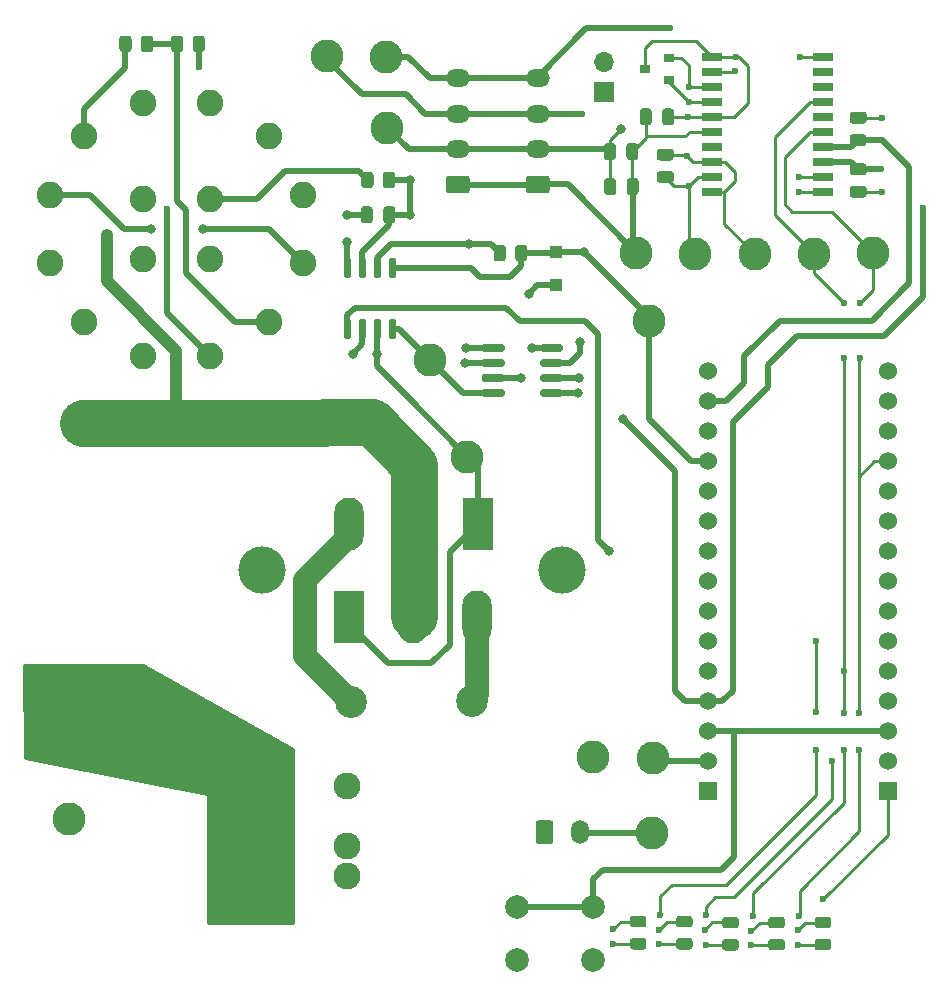
<source format=gbr>
%TF.GenerationSoftware,KiCad,Pcbnew,(5.1.9)-1*%
%TF.CreationDate,2021-04-03T20:31:08-05:00*%
%TF.ProjectId,IV Curve Tracer,49562043-7572-4766-9520-547261636572,1.1*%
%TF.SameCoordinates,Original*%
%TF.FileFunction,Copper,L1,Top*%
%TF.FilePolarity,Positive*%
%FSLAX46Y46*%
G04 Gerber Fmt 4.6, Leading zero omitted, Abs format (unit mm)*
G04 Created by KiCad (PCBNEW (5.1.9)-1) date 2021-04-03 20:31:08*
%MOMM*%
%LPD*%
G01*
G04 APERTURE LIST*
%TA.AperFunction,ComponentPad*%
%ADD10C,2.800000*%
%TD*%
%TA.AperFunction,SMDPad,CuDef*%
%ADD11R,1.100000X1.100000*%
%TD*%
%TA.AperFunction,ComponentPad*%
%ADD12C,4.000000*%
%TD*%
%TA.AperFunction,ComponentPad*%
%ADD13O,1.500000X2.020000*%
%TD*%
%TA.AperFunction,ComponentPad*%
%ADD14C,2.250000*%
%TD*%
%TA.AperFunction,SMDPad,CuDef*%
%ADD15R,1.800000X0.650000*%
%TD*%
%TA.AperFunction,SMDPad,CuDef*%
%ADD16R,0.900000X0.800000*%
%TD*%
%TA.AperFunction,ComponentPad*%
%ADD17C,1.530000*%
%TD*%
%TA.AperFunction,ComponentPad*%
%ADD18R,1.530000X1.530000*%
%TD*%
%TA.AperFunction,ComponentPad*%
%ADD19C,2.000000*%
%TD*%
%TA.AperFunction,ComponentPad*%
%ADD20R,2.500000X4.500000*%
%TD*%
%TA.AperFunction,ComponentPad*%
%ADD21O,2.500000X4.500000*%
%TD*%
%TA.AperFunction,ComponentPad*%
%ADD22O,1.700000X1.700000*%
%TD*%
%TA.AperFunction,ComponentPad*%
%ADD23R,1.700000X1.700000*%
%TD*%
%TA.AperFunction,ComponentPad*%
%ADD24O,2.020000X1.500000*%
%TD*%
%TA.AperFunction,ComponentPad*%
%ADD25C,2.286000*%
%TD*%
%TA.AperFunction,ComponentPad*%
%ADD26C,2.500000*%
%TD*%
%TA.AperFunction,ViaPad*%
%ADD27C,0.600000*%
%TD*%
%TA.AperFunction,ViaPad*%
%ADD28C,0.800000*%
%TD*%
%TA.AperFunction,ViaPad*%
%ADD29C,2.700000*%
%TD*%
%TA.AperFunction,Conductor*%
%ADD30C,0.500000*%
%TD*%
%TA.AperFunction,Conductor*%
%ADD31C,0.250000*%
%TD*%
%TA.AperFunction,Conductor*%
%ADD32C,4.000000*%
%TD*%
%TA.AperFunction,Conductor*%
%ADD33C,1.000000*%
%TD*%
%TA.AperFunction,Conductor*%
%ADD34C,2.000000*%
%TD*%
%TA.AperFunction,Conductor*%
%ADD35C,0.254000*%
%TD*%
%TA.AperFunction,Conductor*%
%ADD36C,0.100000*%
%TD*%
G04 APERTURE END LIST*
%TO.P,U3,8*%
%TO.N,+10V*%
%TA.AperFunction,SMDPad,CuDef*%
G36*
G01*
X53575000Y-46680000D02*
X53875000Y-46680000D01*
G75*
G02*
X54025000Y-46830000I0J-150000D01*
G01*
X54025000Y-48280000D01*
G75*
G02*
X53875000Y-48430000I-150000J0D01*
G01*
X53575000Y-48430000D01*
G75*
G02*
X53425000Y-48280000I0J150000D01*
G01*
X53425000Y-46830000D01*
G75*
G02*
X53575000Y-46680000I150000J0D01*
G01*
G37*
%TD.AperFunction*%
%TO.P,U3,7*%
%TO.N,/Gate*%
%TA.AperFunction,SMDPad,CuDef*%
G36*
G01*
X52305000Y-46680000D02*
X52605000Y-46680000D01*
G75*
G02*
X52755000Y-46830000I0J-150000D01*
G01*
X52755000Y-48280000D01*
G75*
G02*
X52605000Y-48430000I-150000J0D01*
G01*
X52305000Y-48430000D01*
G75*
G02*
X52155000Y-48280000I0J150000D01*
G01*
X52155000Y-46830000D01*
G75*
G02*
X52305000Y-46680000I150000J0D01*
G01*
G37*
%TD.AperFunction*%
%TO.P,U3,6*%
%TO.N,Net-(R11-Pad2)*%
%TA.AperFunction,SMDPad,CuDef*%
G36*
G01*
X51035000Y-46680000D02*
X51335000Y-46680000D01*
G75*
G02*
X51485000Y-46830000I0J-150000D01*
G01*
X51485000Y-48280000D01*
G75*
G02*
X51335000Y-48430000I-150000J0D01*
G01*
X51035000Y-48430000D01*
G75*
G02*
X50885000Y-48280000I0J150000D01*
G01*
X50885000Y-46830000D01*
G75*
G02*
X51035000Y-46680000I150000J0D01*
G01*
G37*
%TD.AperFunction*%
%TO.P,U3,5*%
%TO.N,/DAC_Control*%
%TA.AperFunction,SMDPad,CuDef*%
G36*
G01*
X49765000Y-46680000D02*
X50065000Y-46680000D01*
G75*
G02*
X50215000Y-46830000I0J-150000D01*
G01*
X50215000Y-48280000D01*
G75*
G02*
X50065000Y-48430000I-150000J0D01*
G01*
X49765000Y-48430000D01*
G75*
G02*
X49615000Y-48280000I0J150000D01*
G01*
X49615000Y-46830000D01*
G75*
G02*
X49765000Y-46680000I150000J0D01*
G01*
G37*
%TD.AperFunction*%
%TO.P,U3,4*%
%TO.N,GND*%
%TA.AperFunction,SMDPad,CuDef*%
G36*
G01*
X49765000Y-41530000D02*
X50065000Y-41530000D01*
G75*
G02*
X50215000Y-41680000I0J-150000D01*
G01*
X50215000Y-43130000D01*
G75*
G02*
X50065000Y-43280000I-150000J0D01*
G01*
X49765000Y-43280000D01*
G75*
G02*
X49615000Y-43130000I0J150000D01*
G01*
X49615000Y-41680000D01*
G75*
G02*
X49765000Y-41530000I150000J0D01*
G01*
G37*
%TD.AperFunction*%
%TO.P,U3,3*%
%TO.N,Net-(C4-Pad1)*%
%TA.AperFunction,SMDPad,CuDef*%
G36*
G01*
X51035000Y-41530000D02*
X51335000Y-41530000D01*
G75*
G02*
X51485000Y-41680000I0J-150000D01*
G01*
X51485000Y-43130000D01*
G75*
G02*
X51335000Y-43280000I-150000J0D01*
G01*
X51035000Y-43280000D01*
G75*
G02*
X50885000Y-43130000I0J150000D01*
G01*
X50885000Y-41680000D01*
G75*
G02*
X51035000Y-41530000I150000J0D01*
G01*
G37*
%TD.AperFunction*%
%TO.P,U3,2*%
%TO.N,Net-(R10-Pad2)*%
%TA.AperFunction,SMDPad,CuDef*%
G36*
G01*
X52305000Y-41530000D02*
X52605000Y-41530000D01*
G75*
G02*
X52755000Y-41680000I0J-150000D01*
G01*
X52755000Y-43130000D01*
G75*
G02*
X52605000Y-43280000I-150000J0D01*
G01*
X52305000Y-43280000D01*
G75*
G02*
X52155000Y-43130000I0J150000D01*
G01*
X52155000Y-41680000D01*
G75*
G02*
X52305000Y-41530000I150000J0D01*
G01*
G37*
%TD.AperFunction*%
%TO.P,U3,1*%
%TO.N,/Array_Voltage*%
%TA.AperFunction,SMDPad,CuDef*%
G36*
G01*
X53575000Y-41530000D02*
X53875000Y-41530000D01*
G75*
G02*
X54025000Y-41680000I0J-150000D01*
G01*
X54025000Y-43130000D01*
G75*
G02*
X53875000Y-43280000I-150000J0D01*
G01*
X53575000Y-43280000D01*
G75*
G02*
X53425000Y-43130000I0J150000D01*
G01*
X53425000Y-41680000D01*
G75*
G02*
X53575000Y-41530000I150000J0D01*
G01*
G37*
%TD.AperFunction*%
%TD*%
D10*
%TO.P,TP1,1*%
%TO.N,+9V*%
X75750000Y-90210000D03*
%TD*%
D11*
%TO.P,D4,2*%
%TO.N,GND*%
X67610000Y-43840000D03*
%TO.P,D4,1*%
%TO.N,/Array_Voltage*%
X67610000Y-41040000D03*
%TD*%
D10*
%TO.P,TP6,1*%
%TO.N,/Gate*%
X60070000Y-58360000D03*
%TD*%
D12*
%TO.P,HS1,1*%
%TO.N,N/C*%
X68130000Y-67980000D03*
X42730000Y-67980000D03*
%TD*%
%TO.P,U4,1*%
%TO.N,Net-(C9-Pad1)*%
%TA.AperFunction,SMDPad,CuDef*%
G36*
G01*
X68200000Y-52835000D02*
X68200000Y-53135000D01*
G75*
G02*
X68050000Y-53285000I-150000J0D01*
G01*
X66400000Y-53285000D01*
G75*
G02*
X66250000Y-53135000I0J150000D01*
G01*
X66250000Y-52835000D01*
G75*
G02*
X66400000Y-52685000I150000J0D01*
G01*
X68050000Y-52685000D01*
G75*
G02*
X68200000Y-52835000I0J-150000D01*
G01*
G37*
%TD.AperFunction*%
%TO.P,U4,2*%
%TO.N,Net-(C8-Pad2)*%
%TA.AperFunction,SMDPad,CuDef*%
G36*
G01*
X68200000Y-51565000D02*
X68200000Y-51865000D01*
G75*
G02*
X68050000Y-52015000I-150000J0D01*
G01*
X66400000Y-52015000D01*
G75*
G02*
X66250000Y-51865000I0J150000D01*
G01*
X66250000Y-51565000D01*
G75*
G02*
X66400000Y-51415000I150000J0D01*
G01*
X68050000Y-51415000D01*
G75*
G02*
X68200000Y-51565000I0J-150000D01*
G01*
G37*
%TD.AperFunction*%
%TO.P,U4,3*%
%TO.N,Net-(C8-Pad1)*%
%TA.AperFunction,SMDPad,CuDef*%
G36*
G01*
X68200000Y-50295000D02*
X68200000Y-50595000D01*
G75*
G02*
X68050000Y-50745000I-150000J0D01*
G01*
X66400000Y-50745000D01*
G75*
G02*
X66250000Y-50595000I0J150000D01*
G01*
X66250000Y-50295000D01*
G75*
G02*
X66400000Y-50145000I150000J0D01*
G01*
X68050000Y-50145000D01*
G75*
G02*
X68200000Y-50295000I0J-150000D01*
G01*
G37*
%TD.AperFunction*%
%TO.P,U4,4*%
%TO.N,-10V*%
%TA.AperFunction,SMDPad,CuDef*%
G36*
G01*
X68200000Y-49025000D02*
X68200000Y-49325000D01*
G75*
G02*
X68050000Y-49475000I-150000J0D01*
G01*
X66400000Y-49475000D01*
G75*
G02*
X66250000Y-49325000I0J150000D01*
G01*
X66250000Y-49025000D01*
G75*
G02*
X66400000Y-48875000I150000J0D01*
G01*
X68050000Y-48875000D01*
G75*
G02*
X68200000Y-49025000I0J-150000D01*
G01*
G37*
%TD.AperFunction*%
%TO.P,U4,5*%
%TO.N,GND*%
%TA.AperFunction,SMDPad,CuDef*%
G36*
G01*
X63250000Y-49025000D02*
X63250000Y-49325000D01*
G75*
G02*
X63100000Y-49475000I-150000J0D01*
G01*
X61450000Y-49475000D01*
G75*
G02*
X61300000Y-49325000I0J150000D01*
G01*
X61300000Y-49025000D01*
G75*
G02*
X61450000Y-48875000I150000J0D01*
G01*
X63100000Y-48875000D01*
G75*
G02*
X63250000Y-49025000I0J-150000D01*
G01*
G37*
%TD.AperFunction*%
%TO.P,U4,6*%
%TO.N,+5V*%
%TA.AperFunction,SMDPad,CuDef*%
G36*
G01*
X63250000Y-50295000D02*
X63250000Y-50595000D01*
G75*
G02*
X63100000Y-50745000I-150000J0D01*
G01*
X61450000Y-50745000D01*
G75*
G02*
X61300000Y-50595000I0J150000D01*
G01*
X61300000Y-50295000D01*
G75*
G02*
X61450000Y-50145000I150000J0D01*
G01*
X63100000Y-50145000D01*
G75*
G02*
X63250000Y-50295000I0J-150000D01*
G01*
G37*
%TD.AperFunction*%
%TO.P,U4,7*%
%TO.N,Net-(C9-Pad2)*%
%TA.AperFunction,SMDPad,CuDef*%
G36*
G01*
X63250000Y-51565000D02*
X63250000Y-51865000D01*
G75*
G02*
X63100000Y-52015000I-150000J0D01*
G01*
X61450000Y-52015000D01*
G75*
G02*
X61300000Y-51865000I0J150000D01*
G01*
X61300000Y-51565000D01*
G75*
G02*
X61450000Y-51415000I150000J0D01*
G01*
X63100000Y-51415000D01*
G75*
G02*
X63250000Y-51565000I0J-150000D01*
G01*
G37*
%TD.AperFunction*%
%TO.P,U4,8*%
%TO.N,+10V*%
%TA.AperFunction,SMDPad,CuDef*%
G36*
G01*
X63250000Y-52835000D02*
X63250000Y-53135000D01*
G75*
G02*
X63100000Y-53285000I-150000J0D01*
G01*
X61450000Y-53285000D01*
G75*
G02*
X61300000Y-53135000I0J150000D01*
G01*
X61300000Y-52835000D01*
G75*
G02*
X61450000Y-52685000I150000J0D01*
G01*
X63100000Y-52685000D01*
G75*
G02*
X63250000Y-52835000I0J-150000D01*
G01*
G37*
%TD.AperFunction*%
%TD*%
%TO.P,J1,1*%
%TO.N,GND*%
%TA.AperFunction,ComponentPad*%
G36*
G01*
X65870000Y-90930000D02*
X65870000Y-89410000D01*
G75*
G02*
X66120000Y-89160000I250000J0D01*
G01*
X67120000Y-89160000D01*
G75*
G02*
X67370000Y-89410000I0J-250000D01*
G01*
X67370000Y-90930000D01*
G75*
G02*
X67120000Y-91180000I-250000J0D01*
G01*
X66120000Y-91180000D01*
G75*
G02*
X65870000Y-90930000I0J250000D01*
G01*
G37*
%TD.AperFunction*%
D13*
%TO.P,J1,2*%
%TO.N,+9V*%
X69620000Y-90170000D03*
%TD*%
%TO.P,C6,2*%
%TO.N,GND*%
%TA.AperFunction,SMDPad,CuDef*%
G36*
G01*
X52080000Y-37425000D02*
X52080000Y-38375000D01*
G75*
G02*
X51830000Y-38625000I-250000J0D01*
G01*
X51330000Y-38625000D01*
G75*
G02*
X51080000Y-38375000I0J250000D01*
G01*
X51080000Y-37425000D01*
G75*
G02*
X51330000Y-37175000I250000J0D01*
G01*
X51830000Y-37175000D01*
G75*
G02*
X52080000Y-37425000I0J-250000D01*
G01*
G37*
%TD.AperFunction*%
%TO.P,C6,1*%
%TO.N,Net-(C4-Pad1)*%
%TA.AperFunction,SMDPad,CuDef*%
G36*
G01*
X53980000Y-37425000D02*
X53980000Y-38375000D01*
G75*
G02*
X53730000Y-38625000I-250000J0D01*
G01*
X53230000Y-38625000D01*
G75*
G02*
X52980000Y-38375000I0J250000D01*
G01*
X52980000Y-37425000D01*
G75*
G02*
X53230000Y-37175000I250000J0D01*
G01*
X53730000Y-37175000D01*
G75*
G02*
X53980000Y-37425000I0J-250000D01*
G01*
G37*
%TD.AperFunction*%
%TD*%
D14*
%TO.P,SW2,13*%
%TO.N,Net-(F1-Pad1)*%
X32587110Y-36547000D03*
%TO.P,SW2,16*%
%TO.N,N/C*%
X32587110Y-41673010D03*
%TO.P,SW2,15*%
X38332890Y-41673010D03*
%TO.P,SW2,14*%
%TO.N,/Voltage_Sense*%
X38332890Y-36546990D03*
%TO.P,SW2,3*%
%TO.N,Net-(R15-Pad1)*%
X32587110Y-28388200D03*
%TO.P,SW2,2*%
%TO.N,Net-(R13-Pad1)*%
X27611110Y-31261110D03*
%TO.P,SW2,1*%
%TO.N,Net-(SW2-Pad1)*%
X24738200Y-36237110D03*
%TO.P,SW2,12*%
%TO.N,N/C*%
X24738200Y-41982890D03*
%TO.P,SW2,11*%
X27611110Y-46958890D03*
%TO.P,SW2,10*%
X32587110Y-49831800D03*
%TO.P,SW2,9*%
%TO.N,Net-(R15-Pad2)*%
X38332890Y-49831800D03*
%TO.P,SW2,8*%
%TO.N,Net-(R13-Pad2)*%
X43308890Y-46958890D03*
%TO.P,SW2,7*%
%TO.N,Net-(SW2-Pad1)*%
X46181800Y-41982890D03*
%TO.P,SW2,6*%
%TO.N,N/C*%
X46181800Y-36237110D03*
%TO.P,SW2,5*%
X43308890Y-31261110D03*
%TO.P,SW2,4*%
X38332890Y-28388200D03*
%TD*%
D15*
%TO.P,U5,20*%
%TO.N,Net-(C16-Pad2)*%
X80775000Y-35955000D03*
%TO.P,U5,19*%
%TO.N,Net-(C16-Pad1)*%
X80775000Y-34685000D03*
%TO.P,U5,18*%
%TO.N,Net-(C16-Pad2)*%
X80775000Y-33415000D03*
%TO.P,U5,17*%
%TO.N,Net-(U5-Pad17)*%
X80775000Y-32145000D03*
%TO.P,U5,16*%
%TO.N,Net-(C17-Pad1)*%
X80775000Y-30875000D03*
%TO.P,U5,15*%
%TO.N,Net-(C17-Pad2)*%
X80775000Y-29605000D03*
%TO.P,U5,14*%
%TO.N,Net-(J3-Pad3)*%
X80775000Y-28335000D03*
%TO.P,U5,13*%
%TO.N,Net-(J3-Pad4)*%
X80775000Y-27065000D03*
%TO.P,U5,12*%
%TO.N,Net-(R17-Pad2)*%
X80775000Y-25795000D03*
%TO.P,U5,11*%
%TO.N,Net-(C17-Pad2)*%
X80775000Y-24525000D03*
%TO.P,U5,10*%
%TO.N,GND*%
X90225000Y-24525000D03*
%TO.P,U5,9*%
%TO.N,Net-(U5-Pad9)*%
X90225000Y-25795000D03*
%TO.P,U5,8*%
%TO.N,Net-(U5-Pad8)*%
X90225000Y-27065000D03*
%TO.P,U5,7*%
%TO.N,/CAN_Tx*%
X90225000Y-28335000D03*
%TO.P,U5,6*%
%TO.N,Net-(U5-Pad6)*%
X90225000Y-29605000D03*
%TO.P,U5,5*%
%TO.N,/CAN_Rx*%
X90225000Y-30875000D03*
%TO.P,U5,4*%
%TO.N,+3V3*%
X90225000Y-32145000D03*
%TO.P,U5,3*%
%TO.N,+5V*%
X90225000Y-33415000D03*
%TO.P,U5,2*%
%TO.N,GND*%
X90225000Y-34685000D03*
%TO.P,U5,1*%
X90225000Y-35955000D03*
%TD*%
D16*
%TO.P,U6,3*%
%TO.N,Net-(C17-Pad2)*%
X75150000Y-25530000D03*
%TO.P,U6,2*%
%TO.N,Net-(J3-Pad4)*%
X77150000Y-24580000D03*
%TO.P,U6,1*%
%TO.N,Net-(J3-Pad3)*%
X77150000Y-26480000D03*
%TD*%
D17*
%TO.P,U1,15*%
%TO.N,Net-(U1-Pad15)*%
X95660000Y-51155000D03*
%TO.P,U1,14*%
%TO.N,Net-(U1-Pad14)*%
X95660000Y-53695000D03*
%TO.P,U1,13*%
%TO.N,Net-(U1-Pad13)*%
X95660000Y-56235000D03*
%TO.P,U1,12*%
%TO.N,/CAN_Rx*%
X95660000Y-58775000D03*
%TO.P,U1,11*%
%TO.N,Net-(U1-Pad11)*%
X95660000Y-61315000D03*
%TO.P,U1,10*%
%TO.N,Net-(U1-Pad10)*%
X95660000Y-63855000D03*
%TO.P,U1,9*%
%TO.N,Net-(U1-Pad9)*%
X95660000Y-66395000D03*
%TO.P,U1,8*%
%TO.N,Net-(U1-Pad8)*%
X95660000Y-68935000D03*
%TO.P,U1,7*%
%TO.N,Net-(U1-Pad7)*%
X95660000Y-71475000D03*
%TO.P,U1,6*%
%TO.N,/Heartbeat*%
X95660000Y-74015000D03*
%TO.P,U1,5*%
%TO.N,/CAN_Tx*%
X95660000Y-76555000D03*
%TO.P,U1,4*%
%TO.N,GND*%
X95660000Y-79095000D03*
%TO.P,U1,3*%
%TO.N,/Reset*%
X95660000Y-81635000D03*
%TO.P,U1,2*%
%TO.N,/Scanning*%
X95660000Y-84175000D03*
D18*
%TO.P,U1,1*%
%TO.N,/Error*%
X95660000Y-86715000D03*
D17*
%TO.P,U1,16*%
%TO.N,Net-(U1-Pad16)*%
X80420000Y-51155000D03*
%TO.P,U1,17*%
%TO.N,+3V3*%
X80420000Y-53695000D03*
%TO.P,U1,18*%
%TO.N,Net-(U1-Pad18)*%
X80420000Y-56235000D03*
%TO.P,U1,19*%
%TO.N,/Array_Voltage*%
X80420000Y-58775000D03*
%TO.P,U1,20*%
%TO.N,Net-(U1-Pad20)*%
X80420000Y-61315000D03*
%TO.P,U1,21*%
%TO.N,Net-(U1-Pad21)*%
X80420000Y-63855000D03*
%TO.P,U1,22*%
%TO.N,/DAC_Control*%
X80420000Y-66395000D03*
%TO.P,U1,23*%
%TO.N,Net-(U1-Pad23)*%
X80420000Y-68935000D03*
%TO.P,U1,24*%
%TO.N,Net-(U1-Pad24)*%
X80420000Y-71475000D03*
%TO.P,U1,25*%
%TO.N,/Array_Current*%
X80420000Y-74015000D03*
%TO.P,U1,26*%
%TO.N,Net-(U1-Pad26)*%
X80420000Y-76555000D03*
%TO.P,U1,27*%
%TO.N,+5V*%
X80420000Y-79095000D03*
%TO.P,U1,28*%
%TO.N,/Reset*%
X80420000Y-81635000D03*
%TO.P,U1,29*%
%TO.N,GND*%
X80420000Y-84175000D03*
D18*
%TO.P,U1,30*%
%TO.N,+9V*%
X80420000Y-86715000D03*
%TD*%
D10*
%TO.P,TP15,1*%
%TO.N,Net-(J3-Pad4)*%
X53220000Y-24520000D03*
%TD*%
%TO.P,TP14,1*%
%TO.N,Net-(J3-Pad3)*%
X48220000Y-24440000D03*
%TD*%
%TO.P,TP13,1*%
%TO.N,Net-(C16-Pad2)*%
X84400000Y-41240000D03*
%TD*%
%TO.P,TP12,1*%
%TO.N,Net-(C17-Pad2)*%
X53310000Y-30520000D03*
%TD*%
%TO.P,TP11,1*%
%TO.N,Net-(C17-Pad1)*%
X74400000Y-41140000D03*
%TD*%
%TO.P,TP10,1*%
%TO.N,Net-(C16-Pad1)*%
X79390000Y-41210000D03*
%TD*%
%TO.P,TP9,1*%
%TO.N,/CAN_Rx*%
X94430000Y-41090000D03*
%TD*%
%TO.P,TP8,1*%
%TO.N,/CAN_Tx*%
X89430000Y-41220000D03*
%TD*%
%TO.P,TP7,1*%
%TO.N,GND*%
X26340000Y-89090000D03*
%TD*%
%TO.P,TP5,1*%
%TO.N,+10V*%
X56960000Y-50220000D03*
%TD*%
%TO.P,TP4,1*%
%TO.N,/Array_Voltage*%
X75460000Y-46920000D03*
%TD*%
%TO.P,TP3,1*%
%TO.N,/Array_Current*%
X70730000Y-83830000D03*
%TD*%
%TO.P,TP2,1*%
%TO.N,GND*%
X75780000Y-83900000D03*
%TD*%
D19*
%TO.P,SW1,2*%
%TO.N,/Reset*%
X70750000Y-96530000D03*
%TO.P,SW1,1*%
%TO.N,GND*%
X70750000Y-101030000D03*
%TO.P,SW1,2*%
%TO.N,/Reset*%
X64250000Y-96530000D03*
%TO.P,SW1,1*%
%TO.N,GND*%
X64250000Y-101030000D03*
%TD*%
%TO.P,R14,2*%
%TO.N,GND*%
%TA.AperFunction,SMDPad,CuDef*%
G36*
G01*
X36820000Y-23880001D02*
X36820000Y-22979999D01*
G75*
G02*
X37069999Y-22730000I249999J0D01*
G01*
X37595001Y-22730000D01*
G75*
G02*
X37845000Y-22979999I0J-249999D01*
G01*
X37845000Y-23880001D01*
G75*
G02*
X37595001Y-24130000I-249999J0D01*
G01*
X37069999Y-24130000D01*
G75*
G02*
X36820000Y-23880001I0J249999D01*
G01*
G37*
%TD.AperFunction*%
%TO.P,R14,1*%
%TO.N,Net-(R13-Pad2)*%
%TA.AperFunction,SMDPad,CuDef*%
G36*
G01*
X34995000Y-23880001D02*
X34995000Y-22979999D01*
G75*
G02*
X35244999Y-22730000I249999J0D01*
G01*
X35770001Y-22730000D01*
G75*
G02*
X36020000Y-22979999I0J-249999D01*
G01*
X36020000Y-23880001D01*
G75*
G02*
X35770001Y-24130000I-249999J0D01*
G01*
X35244999Y-24130000D01*
G75*
G02*
X34995000Y-23880001I0J249999D01*
G01*
G37*
%TD.AperFunction*%
%TD*%
%TO.P,R13,2*%
%TO.N,Net-(R13-Pad2)*%
%TA.AperFunction,SMDPad,CuDef*%
G36*
G01*
X32452500Y-23880001D02*
X32452500Y-22979999D01*
G75*
G02*
X32702499Y-22730000I249999J0D01*
G01*
X33227501Y-22730000D01*
G75*
G02*
X33477500Y-22979999I0J-249999D01*
G01*
X33477500Y-23880001D01*
G75*
G02*
X33227501Y-24130000I-249999J0D01*
G01*
X32702499Y-24130000D01*
G75*
G02*
X32452500Y-23880001I0J249999D01*
G01*
G37*
%TD.AperFunction*%
%TO.P,R13,1*%
%TO.N,Net-(R13-Pad1)*%
%TA.AperFunction,SMDPad,CuDef*%
G36*
G01*
X30627500Y-23880001D02*
X30627500Y-22979999D01*
G75*
G02*
X30877499Y-22730000I249999J0D01*
G01*
X31402501Y-22730000D01*
G75*
G02*
X31652500Y-22979999I0J-249999D01*
G01*
X31652500Y-23880001D01*
G75*
G02*
X31402501Y-24130000I-249999J0D01*
G01*
X30877499Y-24130000D01*
G75*
G02*
X30627500Y-23880001I0J249999D01*
G01*
G37*
%TD.AperFunction*%
%TD*%
%TO.P,R10,2*%
%TO.N,Net-(R10-Pad2)*%
%TA.AperFunction,SMDPad,CuDef*%
G36*
G01*
X63337500Y-40689999D02*
X63337500Y-41590001D01*
G75*
G02*
X63087501Y-41840000I-249999J0D01*
G01*
X62562499Y-41840000D01*
G75*
G02*
X62312500Y-41590001I0J249999D01*
G01*
X62312500Y-40689999D01*
G75*
G02*
X62562499Y-40440000I249999J0D01*
G01*
X63087501Y-40440000D01*
G75*
G02*
X63337500Y-40689999I0J-249999D01*
G01*
G37*
%TD.AperFunction*%
%TO.P,R10,1*%
%TO.N,/Array_Voltage*%
%TA.AperFunction,SMDPad,CuDef*%
G36*
G01*
X65162500Y-40689999D02*
X65162500Y-41590001D01*
G75*
G02*
X64912501Y-41840000I-249999J0D01*
G01*
X64387499Y-41840000D01*
G75*
G02*
X64137500Y-41590001I0J249999D01*
G01*
X64137500Y-40689999D01*
G75*
G02*
X64387499Y-40440000I249999J0D01*
G01*
X64912501Y-40440000D01*
G75*
G02*
X65162500Y-40689999I0J-249999D01*
G01*
G37*
%TD.AperFunction*%
%TD*%
%TO.P,R8,1*%
%TO.N,/Voltage_Sense*%
%TA.AperFunction,SMDPad,CuDef*%
G36*
G01*
X51117500Y-35400001D02*
X51117500Y-34499999D01*
G75*
G02*
X51367499Y-34250000I249999J0D01*
G01*
X51892501Y-34250000D01*
G75*
G02*
X52142500Y-34499999I0J-249999D01*
G01*
X52142500Y-35400001D01*
G75*
G02*
X51892501Y-35650000I-249999J0D01*
G01*
X51367499Y-35650000D01*
G75*
G02*
X51117500Y-35400001I0J249999D01*
G01*
G37*
%TD.AperFunction*%
%TO.P,R8,2*%
%TO.N,Net-(C4-Pad1)*%
%TA.AperFunction,SMDPad,CuDef*%
G36*
G01*
X52942500Y-35400001D02*
X52942500Y-34499999D01*
G75*
G02*
X53192499Y-34250000I249999J0D01*
G01*
X53717501Y-34250000D01*
G75*
G02*
X53967500Y-34499999I0J-249999D01*
G01*
X53967500Y-35400001D01*
G75*
G02*
X53717501Y-35650000I-249999J0D01*
G01*
X53192499Y-35650000D01*
G75*
G02*
X52942500Y-35400001I0J249999D01*
G01*
G37*
%TD.AperFunction*%
%TD*%
D20*
%TO.P,Q2,1*%
%TO.N,/Gate*%
X61000000Y-64070000D03*
D21*
%TO.P,Q2,2*%
%TO.N,Net-(F1-Pad1)*%
X55550000Y-64070000D03*
%TO.P,Q2,3*%
%TO.N,/+Current_Sense*%
X50100000Y-64070000D03*
%TD*%
D20*
%TO.P,Q1,1*%
%TO.N,/Gate*%
X50040000Y-71930000D03*
D21*
%TO.P,Q1,2*%
%TO.N,Net-(F1-Pad1)*%
X55490000Y-71930000D03*
%TO.P,Q1,3*%
%TO.N,/+Current_Sense*%
X60940000Y-71930000D03*
%TD*%
%TO.P,LED5,2*%
%TO.N,Net-(LED5-Pad2)*%
%TA.AperFunction,SMDPad,CuDef*%
G36*
G01*
X90636250Y-98302500D02*
X89723750Y-98302500D01*
G75*
G02*
X89480000Y-98058750I0J243750D01*
G01*
X89480000Y-97571250D01*
G75*
G02*
X89723750Y-97327500I243750J0D01*
G01*
X90636250Y-97327500D01*
G75*
G02*
X90880000Y-97571250I0J-243750D01*
G01*
X90880000Y-98058750D01*
G75*
G02*
X90636250Y-98302500I-243750J0D01*
G01*
G37*
%TD.AperFunction*%
%TO.P,LED5,1*%
%TO.N,GND*%
%TA.AperFunction,SMDPad,CuDef*%
G36*
G01*
X90636250Y-100177500D02*
X89723750Y-100177500D01*
G75*
G02*
X89480000Y-99933750I0J243750D01*
G01*
X89480000Y-99446250D01*
G75*
G02*
X89723750Y-99202500I243750J0D01*
G01*
X90636250Y-99202500D01*
G75*
G02*
X90880000Y-99446250I0J-243750D01*
G01*
X90880000Y-99933750D01*
G75*
G02*
X90636250Y-100177500I-243750J0D01*
G01*
G37*
%TD.AperFunction*%
%TD*%
%TO.P,LED4,2*%
%TO.N,Net-(LED4-Pad2)*%
%TA.AperFunction,SMDPad,CuDef*%
G36*
G01*
X82816250Y-98317500D02*
X81903750Y-98317500D01*
G75*
G02*
X81660000Y-98073750I0J243750D01*
G01*
X81660000Y-97586250D01*
G75*
G02*
X81903750Y-97342500I243750J0D01*
G01*
X82816250Y-97342500D01*
G75*
G02*
X83060000Y-97586250I0J-243750D01*
G01*
X83060000Y-98073750D01*
G75*
G02*
X82816250Y-98317500I-243750J0D01*
G01*
G37*
%TD.AperFunction*%
%TO.P,LED4,1*%
%TO.N,GND*%
%TA.AperFunction,SMDPad,CuDef*%
G36*
G01*
X82816250Y-100192500D02*
X81903750Y-100192500D01*
G75*
G02*
X81660000Y-99948750I0J243750D01*
G01*
X81660000Y-99461250D01*
G75*
G02*
X81903750Y-99217500I243750J0D01*
G01*
X82816250Y-99217500D01*
G75*
G02*
X83060000Y-99461250I0J-243750D01*
G01*
X83060000Y-99948750D01*
G75*
G02*
X82816250Y-100192500I-243750J0D01*
G01*
G37*
%TD.AperFunction*%
%TD*%
%TO.P,LED3,2*%
%TO.N,Net-(LED3-Pad2)*%
%TA.AperFunction,SMDPad,CuDef*%
G36*
G01*
X86726250Y-98310000D02*
X85813750Y-98310000D01*
G75*
G02*
X85570000Y-98066250I0J243750D01*
G01*
X85570000Y-97578750D01*
G75*
G02*
X85813750Y-97335000I243750J0D01*
G01*
X86726250Y-97335000D01*
G75*
G02*
X86970000Y-97578750I0J-243750D01*
G01*
X86970000Y-98066250D01*
G75*
G02*
X86726250Y-98310000I-243750J0D01*
G01*
G37*
%TD.AperFunction*%
%TO.P,LED3,1*%
%TO.N,GND*%
%TA.AperFunction,SMDPad,CuDef*%
G36*
G01*
X86726250Y-100185000D02*
X85813750Y-100185000D01*
G75*
G02*
X85570000Y-99941250I0J243750D01*
G01*
X85570000Y-99453750D01*
G75*
G02*
X85813750Y-99210000I243750J0D01*
G01*
X86726250Y-99210000D01*
G75*
G02*
X86970000Y-99453750I0J-243750D01*
G01*
X86970000Y-99941250D01*
G75*
G02*
X86726250Y-100185000I-243750J0D01*
G01*
G37*
%TD.AperFunction*%
%TD*%
%TO.P,LED2,2*%
%TO.N,Net-(LED2-Pad2)*%
%TA.AperFunction,SMDPad,CuDef*%
G36*
G01*
X78906250Y-98230000D02*
X77993750Y-98230000D01*
G75*
G02*
X77750000Y-97986250I0J243750D01*
G01*
X77750000Y-97498750D01*
G75*
G02*
X77993750Y-97255000I243750J0D01*
G01*
X78906250Y-97255000D01*
G75*
G02*
X79150000Y-97498750I0J-243750D01*
G01*
X79150000Y-97986250D01*
G75*
G02*
X78906250Y-98230000I-243750J0D01*
G01*
G37*
%TD.AperFunction*%
%TO.P,LED2,1*%
%TO.N,GND*%
%TA.AperFunction,SMDPad,CuDef*%
G36*
G01*
X78906250Y-100105000D02*
X77993750Y-100105000D01*
G75*
G02*
X77750000Y-99861250I0J243750D01*
G01*
X77750000Y-99373750D01*
G75*
G02*
X77993750Y-99130000I243750J0D01*
G01*
X78906250Y-99130000D01*
G75*
G02*
X79150000Y-99373750I0J-243750D01*
G01*
X79150000Y-99861250D01*
G75*
G02*
X78906250Y-100105000I-243750J0D01*
G01*
G37*
%TD.AperFunction*%
%TD*%
%TO.P,LED1,2*%
%TO.N,Net-(LED1-Pad2)*%
%TA.AperFunction,SMDPad,CuDef*%
G36*
G01*
X75006250Y-98227500D02*
X74093750Y-98227500D01*
G75*
G02*
X73850000Y-97983750I0J243750D01*
G01*
X73850000Y-97496250D01*
G75*
G02*
X74093750Y-97252500I243750J0D01*
G01*
X75006250Y-97252500D01*
G75*
G02*
X75250000Y-97496250I0J-243750D01*
G01*
X75250000Y-97983750D01*
G75*
G02*
X75006250Y-98227500I-243750J0D01*
G01*
G37*
%TD.AperFunction*%
%TO.P,LED1,1*%
%TO.N,GND*%
%TA.AperFunction,SMDPad,CuDef*%
G36*
G01*
X75006250Y-100102500D02*
X74093750Y-100102500D01*
G75*
G02*
X73850000Y-99858750I0J243750D01*
G01*
X73850000Y-99371250D01*
G75*
G02*
X74093750Y-99127500I243750J0D01*
G01*
X75006250Y-99127500D01*
G75*
G02*
X75250000Y-99371250I0J-243750D01*
G01*
X75250000Y-99858750D01*
G75*
G02*
X75006250Y-100102500I-243750J0D01*
G01*
G37*
%TD.AperFunction*%
%TD*%
D22*
%TO.P,JP1,2*%
%TO.N,Net-(JP1-Pad2)*%
X71660000Y-24950000D03*
D23*
%TO.P,JP1,1*%
%TO.N,Net-(JP1-Pad1)*%
X71660000Y-27490000D03*
%TD*%
D24*
%TO.P,J4,4*%
%TO.N,Net-(J3-Pad4)*%
X59280000Y-26340000D03*
%TO.P,J4,3*%
%TO.N,Net-(J3-Pad3)*%
X59280000Y-29340000D03*
%TO.P,J4,2*%
%TO.N,Net-(C17-Pad2)*%
X59280000Y-32340000D03*
%TO.P,J4,1*%
%TO.N,Net-(C17-Pad1)*%
%TA.AperFunction,ComponentPad*%
G36*
G01*
X60040000Y-36090000D02*
X58520000Y-36090000D01*
G75*
G02*
X58270000Y-35840000I0J250000D01*
G01*
X58270000Y-34840000D01*
G75*
G02*
X58520000Y-34590000I250000J0D01*
G01*
X60040000Y-34590000D01*
G75*
G02*
X60290000Y-34840000I0J-250000D01*
G01*
X60290000Y-35840000D01*
G75*
G02*
X60040000Y-36090000I-250000J0D01*
G01*
G37*
%TD.AperFunction*%
%TD*%
%TO.P,J3,4*%
%TO.N,Net-(J3-Pad4)*%
X66060000Y-26330000D03*
%TO.P,J3,3*%
%TO.N,Net-(J3-Pad3)*%
X66060000Y-29330000D03*
%TO.P,J3,2*%
%TO.N,Net-(C17-Pad2)*%
X66060000Y-32330000D03*
%TO.P,J3,1*%
%TO.N,Net-(C17-Pad1)*%
%TA.AperFunction,ComponentPad*%
G36*
G01*
X66820000Y-36080000D02*
X65300000Y-36080000D01*
G75*
G02*
X65050000Y-35830000I0J250000D01*
G01*
X65050000Y-34830000D01*
G75*
G02*
X65300000Y-34580000I250000J0D01*
G01*
X66820000Y-34580000D01*
G75*
G02*
X67070000Y-34830000I0J-250000D01*
G01*
X67070000Y-35830000D01*
G75*
G02*
X66820000Y-36080000I-250000J0D01*
G01*
G37*
%TD.AperFunction*%
%TD*%
D25*
%TO.P,J2,1*%
%TO.N,Net-(F1-Pad2)*%
X42280000Y-86230000D03*
%TO.P,J2,2*%
%TO.N,GND*%
X49900000Y-86230000D03*
%TO.P,J2,1*%
%TO.N,Net-(F1-Pad2)*%
X42280000Y-91310000D03*
X42280000Y-93850000D03*
%TO.P,J2,2*%
%TO.N,GND*%
X49900000Y-91310000D03*
X49900000Y-93850000D03*
%TD*%
D26*
%TO.P,F1,1*%
%TO.N,Net-(F1-Pad1)*%
X27570000Y-55500000D03*
%TO.P,F1,2*%
%TO.N,Net-(F1-Pad2)*%
X27570000Y-79600000D03*
%TD*%
%TO.P,C19,2*%
%TO.N,Net-(C17-Pad2)*%
%TA.AperFunction,SMDPad,CuDef*%
G36*
G01*
X76590000Y-30085000D02*
X76590000Y-29135000D01*
G75*
G02*
X76840000Y-28885000I250000J0D01*
G01*
X77340000Y-28885000D01*
G75*
G02*
X77590000Y-29135000I0J-250000D01*
G01*
X77590000Y-30085000D01*
G75*
G02*
X77340000Y-30335000I-250000J0D01*
G01*
X76840000Y-30335000D01*
G75*
G02*
X76590000Y-30085000I0J250000D01*
G01*
G37*
%TD.AperFunction*%
%TO.P,C19,1*%
%TO.N,Net-(C17-Pad1)*%
%TA.AperFunction,SMDPad,CuDef*%
G36*
G01*
X74690000Y-30085000D02*
X74690000Y-29135000D01*
G75*
G02*
X74940000Y-28885000I250000J0D01*
G01*
X75440000Y-28885000D01*
G75*
G02*
X75690000Y-29135000I0J-250000D01*
G01*
X75690000Y-30085000D01*
G75*
G02*
X75440000Y-30335000I-250000J0D01*
G01*
X74940000Y-30335000D01*
G75*
G02*
X74690000Y-30085000I0J250000D01*
G01*
G37*
%TD.AperFunction*%
%TD*%
%TO.P,C18,2*%
%TO.N,Net-(C17-Pad2)*%
%TA.AperFunction,SMDPad,CuDef*%
G36*
G01*
X72650000Y-32065000D02*
X72650000Y-33015000D01*
G75*
G02*
X72400000Y-33265000I-250000J0D01*
G01*
X71900000Y-33265000D01*
G75*
G02*
X71650000Y-33015000I0J250000D01*
G01*
X71650000Y-32065000D01*
G75*
G02*
X71900000Y-31815000I250000J0D01*
G01*
X72400000Y-31815000D01*
G75*
G02*
X72650000Y-32065000I0J-250000D01*
G01*
G37*
%TD.AperFunction*%
%TO.P,C18,1*%
%TO.N,Net-(C17-Pad1)*%
%TA.AperFunction,SMDPad,CuDef*%
G36*
G01*
X74550000Y-32065000D02*
X74550000Y-33015000D01*
G75*
G02*
X74300000Y-33265000I-250000J0D01*
G01*
X73800000Y-33265000D01*
G75*
G02*
X73550000Y-33015000I0J250000D01*
G01*
X73550000Y-32065000D01*
G75*
G02*
X73800000Y-31815000I250000J0D01*
G01*
X74300000Y-31815000D01*
G75*
G02*
X74550000Y-32065000I0J-250000D01*
G01*
G37*
%TD.AperFunction*%
%TD*%
%TO.P,C17,2*%
%TO.N,Net-(C17-Pad2)*%
%TA.AperFunction,SMDPad,CuDef*%
G36*
G01*
X72680000Y-35035000D02*
X72680000Y-35985000D01*
G75*
G02*
X72430000Y-36235000I-250000J0D01*
G01*
X71930000Y-36235000D01*
G75*
G02*
X71680000Y-35985000I0J250000D01*
G01*
X71680000Y-35035000D01*
G75*
G02*
X71930000Y-34785000I250000J0D01*
G01*
X72430000Y-34785000D01*
G75*
G02*
X72680000Y-35035000I0J-250000D01*
G01*
G37*
%TD.AperFunction*%
%TO.P,C17,1*%
%TO.N,Net-(C17-Pad1)*%
%TA.AperFunction,SMDPad,CuDef*%
G36*
G01*
X74580000Y-35035000D02*
X74580000Y-35985000D01*
G75*
G02*
X74330000Y-36235000I-250000J0D01*
G01*
X73830000Y-36235000D01*
G75*
G02*
X73580000Y-35985000I0J250000D01*
G01*
X73580000Y-35035000D01*
G75*
G02*
X73830000Y-34785000I250000J0D01*
G01*
X74330000Y-34785000D01*
G75*
G02*
X74580000Y-35035000I0J-250000D01*
G01*
G37*
%TD.AperFunction*%
%TD*%
%TO.P,C16,2*%
%TO.N,Net-(C16-Pad2)*%
%TA.AperFunction,SMDPad,CuDef*%
G36*
G01*
X77315000Y-33300000D02*
X76365000Y-33300000D01*
G75*
G02*
X76115000Y-33050000I0J250000D01*
G01*
X76115000Y-32550000D01*
G75*
G02*
X76365000Y-32300000I250000J0D01*
G01*
X77315000Y-32300000D01*
G75*
G02*
X77565000Y-32550000I0J-250000D01*
G01*
X77565000Y-33050000D01*
G75*
G02*
X77315000Y-33300000I-250000J0D01*
G01*
G37*
%TD.AperFunction*%
%TO.P,C16,1*%
%TO.N,Net-(C16-Pad1)*%
%TA.AperFunction,SMDPad,CuDef*%
G36*
G01*
X77315000Y-35200000D02*
X76365000Y-35200000D01*
G75*
G02*
X76115000Y-34950000I0J250000D01*
G01*
X76115000Y-34450000D01*
G75*
G02*
X76365000Y-34200000I250000J0D01*
G01*
X77315000Y-34200000D01*
G75*
G02*
X77565000Y-34450000I0J-250000D01*
G01*
X77565000Y-34950000D01*
G75*
G02*
X77315000Y-35200000I-250000J0D01*
G01*
G37*
%TD.AperFunction*%
%TD*%
%TO.P,C14,2*%
%TO.N,GND*%
%TA.AperFunction,SMDPad,CuDef*%
G36*
G01*
X93645000Y-30170000D02*
X92695000Y-30170000D01*
G75*
G02*
X92445000Y-29920000I0J250000D01*
G01*
X92445000Y-29420000D01*
G75*
G02*
X92695000Y-29170000I250000J0D01*
G01*
X93645000Y-29170000D01*
G75*
G02*
X93895000Y-29420000I0J-250000D01*
G01*
X93895000Y-29920000D01*
G75*
G02*
X93645000Y-30170000I-250000J0D01*
G01*
G37*
%TD.AperFunction*%
%TO.P,C14,1*%
%TO.N,+3V3*%
%TA.AperFunction,SMDPad,CuDef*%
G36*
G01*
X93645000Y-32070000D02*
X92695000Y-32070000D01*
G75*
G02*
X92445000Y-31820000I0J250000D01*
G01*
X92445000Y-31320000D01*
G75*
G02*
X92695000Y-31070000I250000J0D01*
G01*
X93645000Y-31070000D01*
G75*
G02*
X93895000Y-31320000I0J-250000D01*
G01*
X93895000Y-31820000D01*
G75*
G02*
X93645000Y-32070000I-250000J0D01*
G01*
G37*
%TD.AperFunction*%
%TD*%
%TO.P,C12,2*%
%TO.N,GND*%
%TA.AperFunction,SMDPad,CuDef*%
G36*
G01*
X92705000Y-35450000D02*
X93655000Y-35450000D01*
G75*
G02*
X93905000Y-35700000I0J-250000D01*
G01*
X93905000Y-36200000D01*
G75*
G02*
X93655000Y-36450000I-250000J0D01*
G01*
X92705000Y-36450000D01*
G75*
G02*
X92455000Y-36200000I0J250000D01*
G01*
X92455000Y-35700000D01*
G75*
G02*
X92705000Y-35450000I250000J0D01*
G01*
G37*
%TD.AperFunction*%
%TO.P,C12,1*%
%TO.N,+5V*%
%TA.AperFunction,SMDPad,CuDef*%
G36*
G01*
X92705000Y-33550000D02*
X93655000Y-33550000D01*
G75*
G02*
X93905000Y-33800000I0J-250000D01*
G01*
X93905000Y-34300000D01*
G75*
G02*
X93655000Y-34550000I-250000J0D01*
G01*
X92705000Y-34550000D01*
G75*
G02*
X92455000Y-34300000I0J250000D01*
G01*
X92455000Y-33800000D01*
G75*
G02*
X92705000Y-33550000I250000J0D01*
G01*
G37*
%TD.AperFunction*%
%TD*%
D27*
%TO.N,GND*%
X37330000Y-25420000D03*
X88050000Y-99680000D03*
X84110000Y-99690000D03*
X80270000Y-99690000D03*
X76280000Y-99620000D03*
X72400000Y-99620000D03*
X88170000Y-35950000D03*
X88170000Y-34670000D03*
X95190000Y-35950000D03*
X95170000Y-29670000D03*
X88290000Y-24520000D03*
D28*
X59930000Y-49150000D03*
X49860000Y-37910000D03*
X49880000Y-40200000D03*
X65280000Y-44580000D03*
D27*
%TO.N,+3V3*%
X95190000Y-31570000D03*
%TO.N,+5V*%
X95150000Y-34050000D03*
X98680000Y-37310000D03*
D28*
X59890000Y-50470000D03*
X73240000Y-55170000D03*
%TO.N,-10V*%
X65550000Y-49150000D03*
%TO.N,Net-(C4-Pad1)*%
X55200000Y-34950000D03*
X55210000Y-37910000D03*
D27*
%TO.N,Net-(F1-Pad1)*%
X29540000Y-39620000D03*
%TO.N,Net-(LED1-Pad2)*%
X72450000Y-98360000D03*
%TO.N,Net-(LED2-Pad2)*%
X76300000Y-98450000D03*
%TO.N,Net-(LED3-Pad2)*%
X84110000Y-98530000D03*
%TO.N,Net-(LED4-Pad2)*%
X80200000Y-98450000D03*
%TO.N,Net-(LED5-Pad2)*%
X88040000Y-98470000D03*
D29*
%TO.N,/+Current_Sense*%
X50240000Y-79110000D03*
X60440000Y-79090000D03*
D28*
%TO.N,/Gate*%
X52430000Y-49700000D03*
D27*
%TO.N,/Heartbeat*%
X76420000Y-97150000D03*
X89620000Y-83200000D03*
X89620000Y-80010000D03*
X89620000Y-74020000D03*
%TO.N,/Scanning*%
X80290000Y-97160000D03*
X90960000Y-84180000D03*
%TO.N,/CAN_Tx*%
X84280000Y-97260000D03*
X91970000Y-83220000D03*
X91970000Y-80080000D03*
X91970000Y-76560000D03*
X91980000Y-50010000D03*
X91990000Y-45360000D03*
%TO.N,/CAN_Rx*%
X88180000Y-97270000D03*
X93270000Y-83180000D03*
X93270000Y-80100000D03*
X93290000Y-50030000D03*
X93330000Y-45380000D03*
%TO.N,/Error*%
X90220000Y-95850000D03*
D28*
%TO.N,/Array_Voltage*%
X69930000Y-41060000D03*
%TO.N,Net-(R11-Pad2)*%
X50390000Y-49670000D03*
%TO.N,/DAC_Control*%
X72070000Y-66340000D03*
%TO.N,Net-(SW2-Pad1)*%
X33300000Y-39130000D03*
X37720000Y-39090000D03*
%TO.N,Net-(C8-Pad1)*%
X69590000Y-48650000D03*
%TO.N,Net-(C8-Pad2)*%
X69510000Y-51710000D03*
%TO.N,Net-(C9-Pad1)*%
X69490000Y-53010000D03*
%TO.N,Net-(C9-Pad2)*%
X64670000Y-51710000D03*
D27*
%TO.N,Net-(C16-Pad2)*%
X78700000Y-32900000D03*
%TO.N,Net-(C16-Pad1)*%
X78820000Y-35440000D03*
%TO.N,Net-(C17-Pad2)*%
X82790000Y-24530000D03*
X78790000Y-29620000D03*
D28*
X73060000Y-30670000D03*
D27*
%TO.N,Net-(J3-Pad4)*%
X78830000Y-27060000D03*
X77210000Y-22100000D03*
%TO.N,Net-(J3-Pad3)*%
X78830000Y-28340000D03*
X69770000Y-29320000D03*
D28*
%TO.N,Net-(R10-Pad2)*%
X60250000Y-40370000D03*
D27*
%TO.N,Net-(R15-Pad2)*%
X34680000Y-37410000D03*
%TO.N,Net-(R17-Pad2)*%
X82770000Y-25760000D03*
%TD*%
D30*
%TO.N,GND*%
X37332500Y-23430000D02*
X37332500Y-25417500D01*
X37332500Y-25417500D02*
X37330000Y-25420000D01*
X75415000Y-83775000D02*
X75400000Y-83790000D01*
D31*
X90180000Y-99690000D02*
X88060000Y-99690000D01*
X88060000Y-99690000D02*
X88050000Y-99680000D01*
X86270000Y-99690000D02*
X84110000Y-99690000D01*
X82360000Y-99687500D02*
X80272500Y-99687500D01*
X80272500Y-99687500D02*
X80270000Y-99690000D01*
X78450000Y-99617500D02*
X76282500Y-99617500D01*
X76282500Y-99617500D02*
X76280000Y-99620000D01*
X74550000Y-99615000D02*
X72405000Y-99615000D01*
X72405000Y-99615000D02*
X72400000Y-99620000D01*
X90225000Y-35955000D02*
X88175000Y-35955000D01*
X88175000Y-35955000D02*
X88170000Y-35950000D01*
X90225000Y-34685000D02*
X88185000Y-34685000D01*
X88185000Y-34685000D02*
X88170000Y-34670000D01*
X93180000Y-35950000D02*
X95190000Y-35950000D01*
X93170000Y-29670000D02*
X95170000Y-29670000D01*
X90225000Y-24525000D02*
X88295000Y-24525000D01*
X88295000Y-24525000D02*
X88290000Y-24520000D01*
D30*
X75785000Y-84175000D02*
X75400000Y-83790000D01*
X76055000Y-84175000D02*
X75780000Y-83900000D01*
X80420000Y-84175000D02*
X76055000Y-84175000D01*
X62275000Y-49175000D02*
X59955000Y-49175000D01*
X59955000Y-49175000D02*
X59930000Y-49150000D01*
X51580000Y-37900000D02*
X49870000Y-37900000D01*
X49915000Y-42405000D02*
X49915000Y-40235000D01*
X49915000Y-40235000D02*
X49880000Y-40200000D01*
X67610000Y-43840000D02*
X66020000Y-43840000D01*
X66020000Y-43840000D02*
X65280000Y-44580000D01*
%TO.N,+3V3*%
X92595000Y-32145000D02*
X93170000Y-31570000D01*
X90225000Y-32145000D02*
X92595000Y-32145000D01*
X93170000Y-31570000D02*
X95190000Y-31570000D01*
X83530000Y-52150000D02*
X81985000Y-53695000D01*
X97510000Y-33890000D02*
X97510000Y-43700000D01*
X81985000Y-53695000D02*
X80420000Y-53695000D01*
X95190000Y-31570000D02*
X97510000Y-33890000D01*
X97510000Y-43700000D02*
X94360000Y-46850000D01*
X94360000Y-46850000D02*
X86530000Y-46850000D01*
X86530000Y-46850000D02*
X83530000Y-49850000D01*
X83530000Y-49850000D02*
X83530000Y-52150000D01*
%TO.N,+5V*%
X92545000Y-33415000D02*
X93180000Y-34050000D01*
X90225000Y-33415000D02*
X92545000Y-33415000D01*
X93180000Y-34050000D02*
X95150000Y-34050000D01*
X80420000Y-79095000D02*
X81645000Y-79095000D01*
X81645000Y-79095000D02*
X82560000Y-78180000D01*
X82560000Y-78180000D02*
X82560000Y-55480000D01*
X82560000Y-55480000D02*
X85560000Y-52480000D01*
X85560000Y-52480000D02*
X85560000Y-50590000D01*
X85560000Y-50590000D02*
X87960000Y-48190000D01*
X87960000Y-48190000D02*
X95200000Y-48190000D01*
X95200000Y-48190000D02*
X95330000Y-48190000D01*
X95330000Y-48190000D02*
X98680000Y-44840000D01*
X98680000Y-44840000D02*
X98680000Y-37310000D01*
X62275000Y-50445000D02*
X59915000Y-50445000D01*
X59915000Y-50445000D02*
X59890000Y-50470000D01*
X80420000Y-79095000D02*
X78515000Y-79095000D01*
X78515000Y-79095000D02*
X77630000Y-78210000D01*
X77630000Y-78210000D02*
X77630000Y-59560000D01*
X77630000Y-59560000D02*
X73240000Y-55170000D01*
%TO.N,+10V*%
X54295000Y-47555000D02*
X56960000Y-50220000D01*
X53725000Y-47555000D02*
X54295000Y-47555000D01*
X59725000Y-52985000D02*
X56960000Y-50220000D01*
X62275000Y-52985000D02*
X59725000Y-52985000D01*
%TO.N,-10V*%
X67225000Y-49175000D02*
X65575000Y-49175000D01*
X65575000Y-49175000D02*
X65550000Y-49150000D01*
%TO.N,Net-(C4-Pad1)*%
X53455000Y-34950000D02*
X55200000Y-34950000D01*
X53490000Y-37910000D02*
X53480000Y-37900000D01*
X55210000Y-37910000D02*
X53490000Y-37910000D01*
X55200000Y-37900000D02*
X55210000Y-37910000D01*
X55200000Y-34950000D02*
X55200000Y-37900000D01*
X53235000Y-38145000D02*
X53480000Y-37900000D01*
X53480000Y-37900000D02*
X53480000Y-38780000D01*
X51185000Y-41075000D02*
X51185000Y-42405000D01*
X53480000Y-38780000D02*
X51185000Y-41075000D01*
D32*
%TO.N,Net-(F1-Pad1)*%
X55550000Y-64070000D02*
X55550000Y-71870000D01*
X47980000Y-55500000D02*
X48000000Y-55480000D01*
X48000000Y-55480000D02*
X51980000Y-55480000D01*
X55550000Y-59050000D02*
X55550000Y-64070000D01*
X51980000Y-55480000D02*
X55550000Y-59050000D01*
D33*
X35460000Y-49390000D02*
X35460000Y-55210000D01*
X29540000Y-43470000D02*
X35460000Y-49390000D01*
X35460000Y-55210000D02*
X35170000Y-55500000D01*
X29540000Y-39620000D02*
X29540000Y-43470000D01*
D32*
X27570000Y-55500000D02*
X35170000Y-55500000D01*
X35170000Y-55500000D02*
X47980000Y-55500000D01*
D31*
%TO.N,Net-(LED1-Pad2)*%
X73070000Y-97740000D02*
X72450000Y-98360000D01*
X74550000Y-97740000D02*
X73070000Y-97740000D01*
%TO.N,Net-(LED2-Pad2)*%
X78450000Y-97742500D02*
X77007500Y-97742500D01*
X77007500Y-97742500D02*
X76300000Y-98450000D01*
%TO.N,Net-(LED3-Pad2)*%
X86270000Y-97815000D02*
X84825000Y-97815000D01*
X84825000Y-97815000D02*
X84110000Y-98530000D01*
%TO.N,Net-(LED4-Pad2)*%
X80837500Y-97812500D02*
X80200000Y-98450000D01*
X82360000Y-97812500D02*
X80837500Y-97812500D01*
%TO.N,Net-(LED5-Pad2)*%
X88695000Y-97815000D02*
X88040000Y-98470000D01*
X90180000Y-97815000D02*
X88695000Y-97815000D01*
D34*
%TO.N,/+Current_Sense*%
X60940000Y-78590000D02*
X60440000Y-79090000D01*
X60940000Y-71930000D02*
X60940000Y-78590000D01*
X50100000Y-64070000D02*
X50100000Y-65080000D01*
X50100000Y-65080000D02*
X46380000Y-68800000D01*
X46380000Y-75250000D02*
X50240000Y-79110000D01*
X46380000Y-68800000D02*
X46380000Y-75250000D01*
D33*
%TO.N,/Gate*%
X50040000Y-71930000D02*
X50040000Y-72510000D01*
D30*
X50040000Y-72510000D02*
X53390000Y-75860000D01*
X53390000Y-75860000D02*
X57030000Y-75860000D01*
X57030000Y-75860000D02*
X58590000Y-74300000D01*
X58590000Y-66480000D02*
X61000000Y-64070000D01*
X58590000Y-74300000D02*
X58590000Y-66480000D01*
X59560000Y-57840000D02*
X60950000Y-57840000D01*
X59630000Y-58360000D02*
X60070000Y-58360000D01*
X61000000Y-59290000D02*
X60070000Y-58360000D01*
X61000000Y-64070000D02*
X61000000Y-59290000D01*
X52455000Y-47555000D02*
X52455000Y-49675000D01*
X60070000Y-58360000D02*
X54520000Y-52810000D01*
X54470000Y-52760000D02*
X54520000Y-52810000D01*
X52430000Y-50720000D02*
X54520000Y-52810000D01*
X52430000Y-49700000D02*
X52430000Y-50720000D01*
D31*
%TO.N,/Heartbeat*%
X89620000Y-80010000D02*
X89620000Y-76320000D01*
X77380000Y-94630000D02*
X76420000Y-95590000D01*
X76420000Y-95590000D02*
X76420000Y-97150000D01*
X81980000Y-94630000D02*
X77380000Y-94630000D01*
X89620000Y-83200000D02*
X89620000Y-86990000D01*
X89620000Y-86990000D02*
X81980000Y-94630000D01*
X89620000Y-76320000D02*
X89620000Y-74020000D01*
%TO.N,/Scanning*%
X90960000Y-87340000D02*
X90960000Y-84180000D01*
X82630000Y-95670000D02*
X90960000Y-87340000D01*
X80290000Y-97160000D02*
X80290000Y-96460000D01*
X81080000Y-95670000D02*
X82630000Y-95670000D01*
X80290000Y-96460000D02*
X81080000Y-95670000D01*
%TO.N,/CAN_Tx*%
X84310000Y-95350000D02*
X91970000Y-87690000D01*
X91970000Y-87690000D02*
X91970000Y-83220000D01*
X91970000Y-80080000D02*
X91970000Y-76560000D01*
X84310000Y-97230000D02*
X84280000Y-97260000D01*
X84310000Y-95350000D02*
X84310000Y-97230000D01*
X89430000Y-41220000D02*
X86110000Y-37900000D01*
X89075000Y-28335000D02*
X90225000Y-28335000D01*
X86110000Y-37900000D02*
X86110000Y-31300000D01*
X86110000Y-31300000D02*
X89075000Y-28335000D01*
X91970000Y-76560000D02*
X91970000Y-50020000D01*
X91970000Y-50020000D02*
X91980000Y-50010000D01*
X89430000Y-42800000D02*
X89430000Y-41220000D01*
X91990000Y-45360000D02*
X89430000Y-42800000D01*
%TO.N,/CAN_Rx*%
X88210000Y-95160000D02*
X93280000Y-90090000D01*
X93280000Y-90090000D02*
X93280000Y-83190000D01*
X93280000Y-83190000D02*
X93270000Y-83180000D01*
X93270000Y-80100000D02*
X93270000Y-60060000D01*
X94555000Y-58775000D02*
X95660000Y-58775000D01*
X93270000Y-60060000D02*
X94555000Y-58775000D01*
X88210000Y-97240000D02*
X88180000Y-97270000D01*
X88210000Y-95160000D02*
X88210000Y-97240000D01*
X91000000Y-37660000D02*
X94430000Y-41090000D01*
X87590000Y-37660000D02*
X91000000Y-37660000D01*
X86950000Y-37020000D02*
X87590000Y-37660000D01*
X86950000Y-33000000D02*
X86950000Y-37020000D01*
X90225000Y-30875000D02*
X89075000Y-30875000D01*
X89075000Y-30875000D02*
X86950000Y-33000000D01*
X93270000Y-60060000D02*
X93270000Y-50050000D01*
X93270000Y-50050000D02*
X93290000Y-50030000D01*
X94430000Y-44280000D02*
X94430000Y-41090000D01*
X93330000Y-45380000D02*
X94430000Y-44280000D01*
%TO.N,/Error*%
X95660000Y-86715000D02*
X95660000Y-90410000D01*
X95660000Y-90410000D02*
X90220000Y-95850000D01*
D30*
%TO.N,/Voltage_Sense*%
X50890000Y-34210000D02*
X51630000Y-34950000D01*
X44610000Y-34210000D02*
X50890000Y-34210000D01*
X38332890Y-36546990D02*
X42273010Y-36546990D01*
X42273010Y-36546990D02*
X44610000Y-34210000D01*
%TO.N,/Array_Voltage*%
X67510000Y-41140000D02*
X67610000Y-41040000D01*
X64650000Y-41140000D02*
X67510000Y-41140000D01*
X67630000Y-41060000D02*
X67610000Y-41040000D01*
X69930000Y-41060000D02*
X67630000Y-41060000D01*
X53725000Y-42405000D02*
X60375000Y-42405000D01*
X60375000Y-42405000D02*
X61170000Y-43200000D01*
X64650000Y-41140000D02*
X64650000Y-42210000D01*
X63660000Y-43200000D02*
X61170000Y-43200000D01*
X64650000Y-42210000D02*
X63660000Y-43200000D01*
X79035000Y-58775000D02*
X80420000Y-58775000D01*
X75040000Y-46170000D02*
X75440000Y-46170000D01*
X75460000Y-46590000D02*
X75460000Y-46920000D01*
X69930000Y-41060000D02*
X75460000Y-46590000D01*
X75460000Y-55200000D02*
X79035000Y-58775000D01*
X75460000Y-46920000D02*
X75460000Y-55200000D01*
%TO.N,Net-(R11-Pad2)*%
X51185000Y-47555000D02*
X51185000Y-48875000D01*
X51185000Y-48875000D02*
X50390000Y-49670000D01*
%TO.N,Net-(R13-Pad2)*%
X32965000Y-23430000D02*
X35507500Y-23430000D01*
X35507500Y-23430000D02*
X35507500Y-36712500D01*
X35507500Y-36712500D02*
X36250000Y-37455000D01*
X36250000Y-37455000D02*
X36250000Y-42810000D01*
X40398890Y-46958890D02*
X43308890Y-46958890D01*
X36250000Y-42810000D02*
X40398890Y-46958890D01*
%TO.N,Net-(R13-Pad1)*%
X31138890Y-23431110D02*
X31140000Y-23430000D01*
X27611110Y-31261110D02*
X27611110Y-28968890D01*
X31140000Y-25440000D02*
X31140000Y-23430000D01*
X27611110Y-28968890D02*
X31140000Y-25440000D01*
%TO.N,/Reset*%
X70750000Y-96530000D02*
X64250000Y-96530000D01*
X82655000Y-81635000D02*
X80420000Y-81635000D01*
X95660000Y-81635000D02*
X82655000Y-81635000D01*
X82655000Y-92255000D02*
X82655000Y-81635000D01*
X81580000Y-93330000D02*
X82655000Y-92255000D01*
X71540000Y-93330000D02*
X81580000Y-93330000D01*
X70750000Y-96530000D02*
X70750000Y-94120000D01*
X70750000Y-94120000D02*
X71540000Y-93330000D01*
%TO.N,/DAC_Control*%
X49915000Y-47555000D02*
X49915000Y-46395000D01*
X49915000Y-46395000D02*
X50560000Y-45750000D01*
X50560000Y-45750000D02*
X63400000Y-45750000D01*
X63400000Y-45750000D02*
X64540000Y-46890000D01*
X64540000Y-46890000D02*
X70060000Y-46890000D01*
X70060000Y-46890000D02*
X71130000Y-47960000D01*
X71130000Y-47960000D02*
X71130000Y-65420000D01*
X71130000Y-65420000D02*
X72050000Y-66340000D01*
X72050000Y-66340000D02*
X72070000Y-66340000D01*
%TO.N,Net-(SW2-Pad1)*%
X24738200Y-36237110D02*
X28147110Y-36237110D01*
X28147110Y-36237110D02*
X31040000Y-39130000D01*
X31040000Y-39130000D02*
X33300000Y-39130000D01*
X43288910Y-39090000D02*
X46181800Y-41982890D01*
X37720000Y-39090000D02*
X43288910Y-39090000D01*
%TO.N,+9V*%
X69660000Y-90210000D02*
X69620000Y-90170000D01*
X75750000Y-90210000D02*
X69660000Y-90210000D01*
%TO.N,Net-(C8-Pad1)*%
X69590000Y-48650000D02*
X69590000Y-49610000D01*
X68755000Y-50445000D02*
X67225000Y-50445000D01*
X69590000Y-49610000D02*
X68755000Y-50445000D01*
%TO.N,Net-(C8-Pad2)*%
X67230000Y-51710000D02*
X67225000Y-51715000D01*
X69510000Y-51710000D02*
X67230000Y-51710000D01*
%TO.N,Net-(C9-Pad1)*%
X67225000Y-52985000D02*
X69465000Y-52985000D01*
X69465000Y-52985000D02*
X69490000Y-53010000D01*
%TO.N,Net-(C9-Pad2)*%
X62280000Y-51710000D02*
X62275000Y-51715000D01*
X64670000Y-51710000D02*
X62280000Y-51710000D01*
D31*
%TO.N,Net-(C16-Pad2)*%
X80775000Y-35955000D02*
X81855000Y-35955000D01*
X81855000Y-35955000D02*
X82760000Y-35050000D01*
X82760000Y-35050000D02*
X82760000Y-34250000D01*
X81925000Y-33415000D02*
X80775000Y-33415000D01*
X82760000Y-34250000D02*
X81925000Y-33415000D01*
X80775000Y-33415000D02*
X79215000Y-33415000D01*
X79215000Y-33415000D02*
X78700000Y-32900000D01*
X78600000Y-32800000D02*
X78700000Y-32900000D01*
X76840000Y-32800000D02*
X78600000Y-32800000D01*
X81855000Y-38695000D02*
X84400000Y-41240000D01*
X81855000Y-35955000D02*
X81855000Y-38695000D01*
%TO.N,Net-(C16-Pad1)*%
X80775000Y-34685000D02*
X79575000Y-34685000D01*
X79575000Y-34685000D02*
X78820000Y-35440000D01*
X77580000Y-35440000D02*
X76840000Y-34700000D01*
X78820000Y-35440000D02*
X77580000Y-35440000D01*
X78820000Y-40640000D02*
X79390000Y-41210000D01*
X78820000Y-35440000D02*
X78820000Y-40640000D01*
%TO.N,Net-(C17-Pad2)*%
X80775000Y-29605000D02*
X82665000Y-29605000D01*
X82665000Y-29605000D02*
X83820000Y-28450000D01*
X83820000Y-28450000D02*
X83820000Y-25290000D01*
X83820000Y-25290000D02*
X83060000Y-24530000D01*
X83060000Y-24530000D02*
X82790000Y-24530000D01*
X82785000Y-24525000D02*
X82790000Y-24530000D01*
X80775000Y-24525000D02*
X82785000Y-24525000D01*
X75150000Y-25530000D02*
X75150000Y-23770000D01*
X75150000Y-23770000D02*
X75720000Y-23200000D01*
X79450000Y-23200000D02*
X80775000Y-24525000D01*
X75720000Y-23200000D02*
X79450000Y-23200000D01*
X80775000Y-29605000D02*
X78805000Y-29605000D01*
X78805000Y-29605000D02*
X78790000Y-29620000D01*
X72180000Y-32570000D02*
X72150000Y-32540000D01*
X72180000Y-35510000D02*
X72180000Y-32570000D01*
X78780000Y-29610000D02*
X78790000Y-29620000D01*
X77090000Y-29610000D02*
X78780000Y-29610000D01*
D30*
X66050000Y-32340000D02*
X66060000Y-32330000D01*
X59280000Y-32340000D02*
X66050000Y-32340000D01*
X71940000Y-32330000D02*
X72150000Y-32540000D01*
X66060000Y-32330000D02*
X71940000Y-32330000D01*
X55130000Y-32340000D02*
X53310000Y-30520000D01*
X59280000Y-32340000D02*
X55130000Y-32340000D01*
D31*
X72150000Y-32540000D02*
X72150000Y-31580000D01*
X72150000Y-31580000D02*
X73060000Y-30670000D01*
%TO.N,Net-(C17-Pad1)*%
X80775000Y-30875000D02*
X78895000Y-30875000D01*
X78895000Y-30875000D02*
X78510000Y-31260000D01*
X78510000Y-31260000D02*
X75200000Y-31260000D01*
X75190000Y-31250000D02*
X75190000Y-29610000D01*
X75200000Y-31260000D02*
X75190000Y-31250000D01*
X75200000Y-31390000D02*
X74050000Y-32540000D01*
X75200000Y-31260000D02*
X75200000Y-31390000D01*
X74050000Y-35480000D02*
X74080000Y-35510000D01*
X74050000Y-32540000D02*
X74050000Y-35480000D01*
D30*
X66050000Y-35340000D02*
X66060000Y-35330000D01*
X59280000Y-35340000D02*
X66050000Y-35340000D01*
X74080000Y-40820000D02*
X74400000Y-41140000D01*
X74080000Y-35510000D02*
X74080000Y-40820000D01*
X68590000Y-35330000D02*
X74400000Y-41140000D01*
X66060000Y-35330000D02*
X68590000Y-35330000D01*
D31*
%TO.N,Net-(J3-Pad4)*%
X80775000Y-27065000D02*
X78835000Y-27065000D01*
X78835000Y-27065000D02*
X78830000Y-27060000D01*
X77150000Y-24580000D02*
X78210000Y-24580000D01*
X78830000Y-25200000D02*
X78830000Y-27060000D01*
X78210000Y-24580000D02*
X78830000Y-25200000D01*
D30*
X66050000Y-26340000D02*
X66060000Y-26330000D01*
X59280000Y-26340000D02*
X66050000Y-26340000D01*
X66060000Y-26330000D02*
X66060000Y-26200000D01*
X66060000Y-26200000D02*
X70160000Y-22100000D01*
X70160000Y-22100000D02*
X77210000Y-22100000D01*
X59280000Y-26340000D02*
X56910000Y-26340000D01*
X55090000Y-24520000D02*
X53220000Y-24520000D01*
X56910000Y-26340000D02*
X55090000Y-24520000D01*
D31*
%TO.N,Net-(J3-Pad3)*%
X80775000Y-28335000D02*
X78835000Y-28335000D01*
X78835000Y-28335000D02*
X78830000Y-28340000D01*
X77150000Y-26660000D02*
X78830000Y-28340000D01*
X77150000Y-26480000D02*
X77150000Y-26660000D01*
D30*
X66050000Y-29340000D02*
X66060000Y-29330000D01*
X59280000Y-29340000D02*
X66050000Y-29340000D01*
X66060000Y-29330000D02*
X69760000Y-29330000D01*
X69760000Y-29330000D02*
X69770000Y-29320000D01*
X59280000Y-29340000D02*
X56520000Y-29340000D01*
X56520000Y-29340000D02*
X54870000Y-27690000D01*
X54870000Y-27690000D02*
X51150000Y-27690000D01*
X48220000Y-24760000D02*
X48220000Y-24440000D01*
X51150000Y-27690000D02*
X48220000Y-24760000D01*
%TO.N,Net-(R10-Pad2)*%
X60240000Y-40380000D02*
X60250000Y-40370000D01*
X62055000Y-40370000D02*
X62825000Y-41140000D01*
X60250000Y-40370000D02*
X62055000Y-40370000D01*
X52455000Y-41530000D02*
X52455000Y-42405000D01*
X60250000Y-40370000D02*
X53615000Y-40370000D01*
X53615000Y-40370000D02*
X52455000Y-41530000D01*
%TO.N,Net-(R15-Pad2)*%
X34680000Y-46178910D02*
X38332890Y-49831800D01*
X34680000Y-37410000D02*
X34680000Y-46178910D01*
D31*
%TO.N,Net-(R17-Pad2)*%
X80775000Y-25795000D02*
X82735000Y-25795000D01*
X82735000Y-25795000D02*
X82770000Y-25760000D01*
%TD*%
D35*
%TO.N,Net-(F1-Pad2)*%
X45353000Y-83104462D02*
X45353000Y-97883000D01*
X38157000Y-97883000D01*
X38157000Y-87100000D01*
X38154560Y-87075224D01*
X38147333Y-87051399D01*
X38135597Y-87029443D01*
X38119803Y-87010197D01*
X38100557Y-86994403D01*
X38078601Y-86982667D01*
X38055246Y-86975535D01*
X22626106Y-83845993D01*
X22558102Y-75977000D01*
X32616880Y-75977000D01*
X45353000Y-83104462D01*
%TA.AperFunction,Conductor*%
D36*
G36*
X45353000Y-83104462D02*
G01*
X45353000Y-97883000D01*
X38157000Y-97883000D01*
X38157000Y-87100000D01*
X38154560Y-87075224D01*
X38147333Y-87051399D01*
X38135597Y-87029443D01*
X38119803Y-87010197D01*
X38100557Y-86994403D01*
X38078601Y-86982667D01*
X38055246Y-86975535D01*
X22626106Y-83845993D01*
X22558102Y-75977000D01*
X32616880Y-75977000D01*
X45353000Y-83104462D01*
G37*
%TD.AperFunction*%
%TD*%
M02*

</source>
